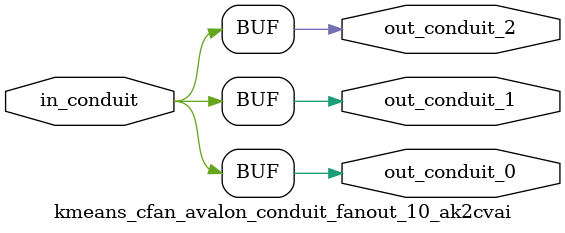
<source format=sv>


 


// --------------------------------------------------------------------------------
//| Avalon Conduit Fan-Out
// --------------------------------------------------------------------------------

// ------------------------------------------
// Generation parameters:
//   output_name:       kmeans_cfan_avalon_conduit_fanout_10_ak2cvai
//   numFanOut:         3
//   
// ------------------------------------------

module kmeans_cfan_avalon_conduit_fanout_10_ak2cvai (     

// Interface: out_conduit_0
 output                    out_conduit_0,
// Interface: out_conduit_1
 output                    out_conduit_1,
// Interface: out_conduit_2
 output                    out_conduit_2,

// Interface: in_conduit
 input                   in_conduit

);

   assign  out_conduit_0 = in_conduit;
   assign  out_conduit_1 = in_conduit;
   assign  out_conduit_2 = in_conduit;

endmodule //


</source>
